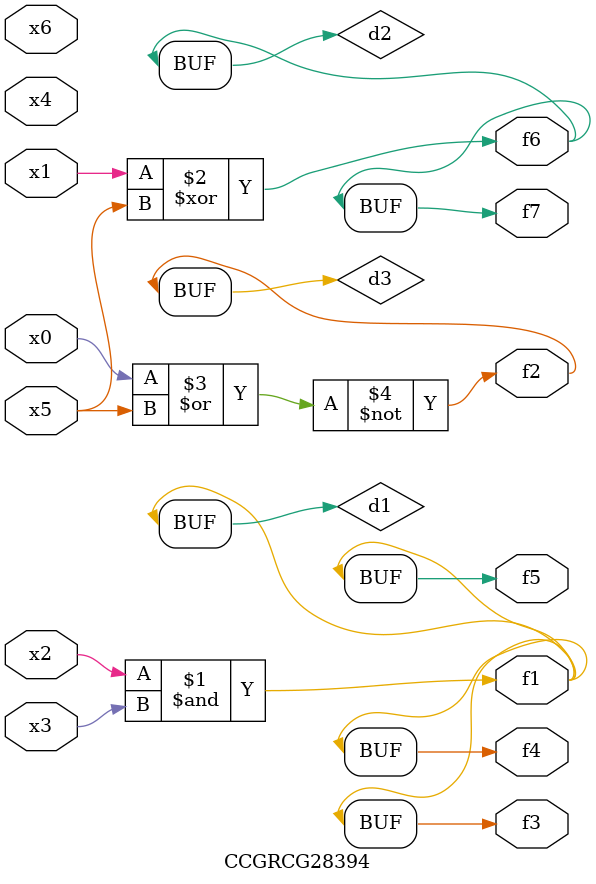
<source format=v>
module CCGRCG28394(
	input x0, x1, x2, x3, x4, x5, x6,
	output f1, f2, f3, f4, f5, f6, f7
);

	wire d1, d2, d3;

	and (d1, x2, x3);
	xor (d2, x1, x5);
	nor (d3, x0, x5);
	assign f1 = d1;
	assign f2 = d3;
	assign f3 = d1;
	assign f4 = d1;
	assign f5 = d1;
	assign f6 = d2;
	assign f7 = d2;
endmodule

</source>
